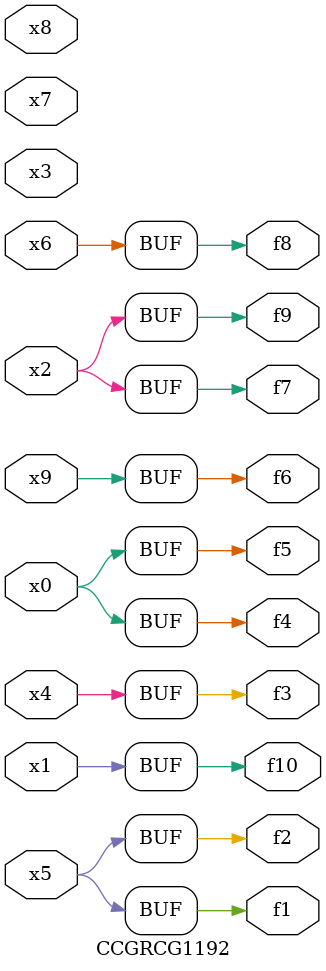
<source format=v>
module CCGRCG1192(
	input x0, x1, x2, x3, x4, x5, x6, x7, x8, x9,
	output f1, f2, f3, f4, f5, f6, f7, f8, f9, f10
);
	assign f1 = x5;
	assign f2 = x5;
	assign f3 = x4;
	assign f4 = x0;
	assign f5 = x0;
	assign f6 = x9;
	assign f7 = x2;
	assign f8 = x6;
	assign f9 = x2;
	assign f10 = x1;
endmodule

</source>
